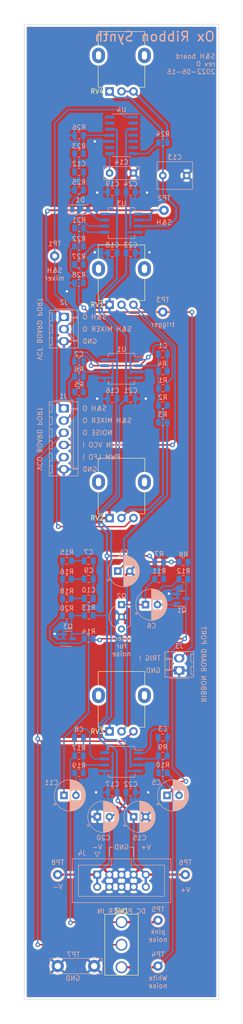
<source format=kicad_pcb>
(kicad_pcb (version 20211014) (generator pcbnew)
  (title_block (title "Josh Ox Ribbon Synth Sample and Hold Board") (date "2022-06-16") (rev "0") (comment 2 "creativecommons.org/licences/by/4.0") (comment 3 "license: CC by 4.0") (comment 4 "Author: Jordan Aceto"))
  (layers (0 "F.Cu" signal) (31 "B.Cu" signal) (34 "B.Paste" user) (35 "F.Paste" user) (36 "B.SilkS" user "B.Silkscreen") (37 "F.SilkS" user "F.Silkscreen") (38 "B.Mask" user) (39 "F.Mask" user) (44 "Edge.Cuts" user))
  (net 0 "")
  (net 1 "Net-(C1-Pad1)")
  (net 2 "Net-(C1-Pad2)")
  (net 3 "Net-(C2-Pad1)")
  (net 4 "/S&H_MIXER")
  (net 5 "Net-(C3-Pad1)")
  (net 6 "Net-(C3-Pad2)")
  (net 7 "Net-(C4-Pad1)")
  (net 8 "GND")
  (net 9 "Net-(C5-Pad1)")
  (net 10 "Net-(C5-Pad2)")
  (net 11 "Net-(C6-Pad1)")
  (net 12 "Net-(C6-Pad2)")
  (net 13 "Net-(C7-Pad1)")
  (net 14 "Net-(C10-Pad2)")
  (net 15 "Net-(C8-Pad1)")
  (net 16 "Net-(C8-Pad2)")
  (net 17 "Net-(C9-Pad1)")
  (net 18 "Net-(C10-Pad1)")
  (net 19 "Net-(C11-Pad2)")
  (net 20 "Net-(C12-Pad1)")
  (net 21 "Net-(C12-Pad2)")
  (net 22 "Net-(C13-Pad1)")
  (net 23 "Net-(C14-Pad1)")
  (net 24 "+15V")
  (net 25 "-15V")
  (net 26 "/S&H")
  (net 27 "/noise_generator/NOISE_OUT")
  (net 28 "/s&h_mixer/MAIN_VCO")
  (net 29 "/s&h_mixer/PWM_LFO")
  (net 30 "/sample_and_hold/TRIGGER_IN")
  (net 32 "Net-(Q3-Pad1)")
  (net 33 "Net-(R1-Pad1)")
  (net 34 "Net-(R2-Pad1)")
  (net 35 "Net-(R3-Pad1)")
  (net 36 "Net-(R21-Pad1)")
  (net 37 "Net-(R23-Pad2)")
  (net 38 "Net-(R24-Pad1)")
  (net 39 "Net-(R24-Pad2)")
  (net 40 "Net-(R27-Pad2)")
  (net 48 "Net-(D1-Pad2)")
  (footprint "Potentiometer_THT:Potentiometer_Alpha_RD901F-40-00D_Single_Vertical" (layer "F.Cu") (at 116.88 165.1 90)
    (fp_text reference "RV3")
    (fp_text value "100k")
  )
  (footprint "custom_footprints:SPDT_mini_toggle" (layer "F.Cu") (at 119.38 209.55 180)
    (fp_text reference "SW1")
    (fp_text value "SW_SPDT")
  )
  (footprint "Potentiometer_THT:Potentiometer_Alpha_RD901F-40-00D_Single_Vertical" (layer "F.Cu") (at 116.88 76.2 90)
    (fp_text reference "RV1")
    (fp_text value "100k")
  )
  (footprint "Potentiometer_THT:Potentiometer_Alpha_RD901F-40-00D_Single_Vertical" (layer "F.Cu") (at 116.88 120.65 90)
    (fp_text reference "RV2")
    (fp_text value "100k")
  )
  (footprint "Potentiometer_THT:Potentiometer_Alpha_RD901F-40-00D_Single_Vertical" (layer "F.Cu") (at 116.88 31.75 90)
    (fp_text reference "RV4")
    (fp_text value "1M")
  )
  (footprint "Resistor_SMD:R_0805_2012Metric" (layer "B.Cu") (at 128.016 93.599 180)
    (fp_text reference "R1")
    (fp_text value "100k")
  )
  (footprint "Resistor_SMD:R_0805_2012Metric" (layer "B.Cu") (at 127.254 129.794)
    (fp_text reference "R7")
    (fp_text value "22")
  )
  (footprint "Package_SO:SO-8_5.3x6.2mm_P1.27mm" (layer "B.Cu") (at 119.38 171.45 180)
    (fp_text reference "U2")
    (fp_text value "TL072")
  )
  (footprint "Resistor_SMD:R_0805_2012Metric" (layer "B.Cu") (at 128.016 90.043)
    (fp_text reference "R4")
    (fp_text value "100k")
  )
  (footprint "Package_TO_SOT_SMD:SOT-23" (layer "B.Cu") (at 131.974 137.414)
    (fp_text reference "Q1")
    (fp_text value "MMBT3904")
  )
  (footprint "Resistor_SMD:R_0805_2012Metric" (layer "B.Cu") (at 107.95 133.35)
    (fp_text reference "R16")
    (fp_text value "100k")
  )
  (footprint "Capacitor_SMD:C_0805_2012Metric" (layer "B.Cu") (at 128.016 86.487)
    (fp_text reference "C1")
    (fp_text value "100p")
  )
  (footprint "Capacitor_THT:CP_Radial_D6.3mm_P2.50mm" (layer "B.Cu") (at 128.905 178.435)
    (fp_text reference "C5")
    (fp_text value "10u")
  )
  (footprint "Capacitor_THT:C_Rect_L7.2mm_W2.5mm_P5.00mm_FKS2_FKP2_MKS2_MKP2" (layer "B.Cu") (at 116.88 48.768)
    (fp_text reference "C14")
    (fp_text value "2n2")
  )
  (footprint "Resistor_SMD:R_0805_2012Metric" (layer "B.Cu") (at 110.49 60.198 180)
    (fp_text reference "R21")
    (fp_text value "100k")
  )
  (footprint "Capacitor_THT:CP_Radial_D6.3mm_P2.50mm" (layer "B.Cu") (at 118.599621 131.699)
    (fp_text reference "C4")
    (fp_text value "47u")
  )
  (footprint "Resistor_SMD:R_0805_2012Metric" (layer "B.Cu") (at 112.522 145.796 180)
    (fp_text reference "R14")
    (fp_text value "82k")
  )
  (footprint "Capacitor_SMD:C_0805_2012Metric" (layer "B.Cu") (at 110.49 88.011 180)
    (fp_text reference "C2")
    (fp_text value "100p")
  )
  (footprint "Capacitor_THT:CP_Radial_D6.3mm_P2.50mm" (layer "B.Cu") (at 114.34 182.88)
    (fp_text reference "C20")
    (fp_text value "10u")
  )
  (footprint "Resistor_SMD:R_0805_2012Metric" (layer "B.Cu") (at 110.49 52.324 180)
    (fp_text reference "R25")
    (fp_text value "10k")
  )
  (footprint "Package_SO:SO-8_5.3x6.2mm_P1.27mm" (layer "B.Cu") (at 119.38 59.182 180)
    (fp_text reference "U3")
    (fp_text value "TL072")
  )
  (footprint "TestPoint:TestPoint_Keystone_5000-5004_Miniature" (layer "B.Cu") (at 132.715 194.945)
    (fp_text reference "TP6")
    (fp_text value "V+")
  )
  (footprint "Package_SO:SO-8_5.3x6.2mm_P1.27mm" (layer "B.Cu") (at 119.38 89.535 180)
    (fp_text reference "U1")
    (fp_text value "TL072")
  )
  (footprint "Resistor_SMD:R_0805_2012Metric" (layer "B.Cu") (at 128.016 100.711 180)
    (fp_text reference "R3")
    (fp_text value "100k")
  )
  (footprint "Capacitor_THT:CP_Radial_D6.3mm_P2.50mm" (layer "B.Cu") (at 124.394 138.684)
    (fp_text reference "C6")
    (fp_text value "47u")
  )
  (footprint "Connector_Molex:Molex_KK-254_AE-6410-02A_1x02_P2.54mm_Vertical" (layer "B.Cu") (at 131.445 152.4 90)
    (fp_text reference "J3")
    (fp_text value "ribbon_port")
  )
  (footprint "Resistor_SMD:R_0805_2012Metric" (layer "B.Cu") (at 127.254 133.35 180)
    (fp_text reference "R11")
    (fp_text value "47k")
  )
  (footprint "Capacitor_SMD:C_0805_2012Metric" (layer "B.Cu") (at 112.522 133.35)
    (fp_text reference "C9")
    (fp_text value "3n3")
  )
  (footprint "Capacitor_SMD:C_0805_2012Metric" (layer "B.Cu") (at 128.016 166.37)
    (fp_text reference "C3")
    (fp_text value "10p")
  )
  (footprint "Capacitor_SMD:C_0805_2012Metric" (layer "B.Cu") (at 121.285 95.758 180)
    (fp_text reference "C21")
    (fp_text value "100n")
  )
  (footprint "Resistor_SMD:R_0805_2012Metric" (layer "B.Cu") (at 110.49 64.008)
    (fp_text reference "R22")
    (fp_text value "10k")
  )
  (footprint "Resistor_SMD:R_0805_2012Metric" (layer "B.Cu") (at 107.95 137.414)
    (fp_text reference "R18")
    (fp_text value "390k")
  )
  (footprint "Capacitor_SMD:C_0805_2012Metric" (layer "B.Cu") (at 117.475 95.758 180)
    (fp_text reference "C16")
    (fp_text value "100n")
  )
  (footprint "Capacitor_SMD:C_0805_2012Metric" (layer "B.Cu") (at 112.522 129.54)
    (fp_text reference "C7")
    (fp_text value "1n")
  )
  (footprint "TestPoint:TestPoint_Bridge_Pitch7.62mm_Drill1.3mm" (layer "B.Cu") (at 106.045 213.995)
    (fp_text reference "TP7")
    (fp_text value "GND")
  )
  (footprint "Resistor_SMD:R_0805_2012Metric" (layer "B.Cu") (at 110.49 91.186 180)
    (fp_text reference "R6")
    (fp_text value "100k")
  )
  (footprint "Capacitor_SMD:C_0805_2012Metric" (layer "B.Cu") (at 121.285 177.8 180)
    (fp_text reference "C22")
    (fp_text value "100n")
  )
  (footprint "Resistor_SMD:R_0805_2012Metric" (layer "B.Cu") (at 107.95 140.97)
    (fp_text reference "R20")
    (fp_text value "1M")
  )
  (footprint "Resistor_SMD:R_0805_2012Metric" (layer "B.Cu") (at 132.334 129.794)
    (fp_text reference "R8")
    (fp_text value "10k")
  )
  (footprint "Resistor_SMD:R_0805_2012Metric" (layer "B.Cu") (at 112.522 140.97 180)
    (fp_text reference "R13")
    (fp_text value "3k9")
  )
  (footprint "Connector_Molex:Molex_KK-254_AE-6410-06A_1x06_P2.54mm_Vertical" (layer "B.Cu") (at 107.315 97.79 -90)
    (fp_text reference "J1")
    (fp_text value "VCO_port")
  )
  (footprint "Connector_Molex:Molex_KK-254_AE-6410-03A_1x03_P2.54mm_Vertical" (layer "B.Cu") (at 107.335 78.74 -90)
    (fp_text reference "J2")
    (fp_text value "VCF_port")
  )
  (footprint "Resistor_SMD:R_0805_2012Metric" (layer "B.Cu") (at 107.95 129.54)
    (fp_text reference "R15")
    (fp_text value "18k")
  )
  (footprint "Resistor_SMD:R_0805_2012Metric" (layer "B.Cu") (at 110.49 173.736)
    (fp_text reference "R19")
    (fp_text value "10k")
  )
  (footprint "Resistor_SMD:R_0805_2012Metric" (layer "B.Cu") (at 110.49 170.18 180)
    (fp_text reference "R17")
    (fp_text value "470k")
  )
  (footprint "TestPoint:TestPoint_Keystone_5000-5004_Miniature" (layer "B.Cu") (at 128.016 77.724)
    (fp_text reference "TP3")
    (fp_text value "trigger")
  )
  (footprint "Capacitor_SMD:C_0805_2012Metric" (layer "B.Cu") (at 117.475 177.8 180)
    (fp_text reference "C17")
    (fp_text value "100n")
  )
  (footprint "Capacitor_SMD:C_0805_2012Metric" (layer "B.Cu") (at 117.475 52.705 180)
    (fp_text reference "C19")
    (fp_text value "100n")
  )
  (footprint "Capacitor_THT:CP_Radial_D6.3mm_P2.50mm" (layer "B.Cu") (at 121.92 182.88)
    (fp_text reference "C15")
    (fp_text value "10u")
  )
  (footprint "Package_TO_SOT_SMD:SOT-23" (layer "B.Cu") (at 108.204 145.796)
    (fp_text reference "Q3")
    (fp_text value "MMBT3904")
  )
  (footprint "TestPoint:TestPoint_Keystone_5000-5004_Miniature" (layer "B.Cu") (at 105.41 66.04)
    (fp_text reference "TP1")
    (fp_text value "S&H mixer")
  )
  (footprint "TestPoint:TestPoint_Keystone_5000-5004_Miniature" (layer "B.Cu") (at 127 204.47)
    (fp_text reference "TP5")
    (fp_text value "pink noise")
  )
  (footprint "TestPoint:TestPoint_Keystone_5000-5004_Miniature" (layer "B.Cu") (at 106.045 194.945)
    (fp_text reference "TP8")
    (fp_text value "V-")
  )
  (footprint "Resistor_SMD:R_0805_2012Metric" (layer "B.Cu") (at 128.016 42.418)
    (fp_text reference "R24")
    (fp_text value "150")
  )
  (footprint "Resistor_SMD:R_0805_2012Metric" (layer "B.Cu") (at 132.334 133.35 180)
    (fp_text reference "R12")
    (fp_text value "150k")
  )
  (footprint "Resistor_SMD:R_0805_2012Metric" (layer "B.Cu") (at 110.49 67.818 180)
    (fp_text reference "R27")
    (fp_text value "100k")
  )
  (footprint "Capacitor_THT:CP_Radial_D6.3mm_P2.50mm" (layer "B.Cu") (at 107.355 178.435)
    (fp_text reference "C11")
    (fp_text value "10u")
  )
  (footprint "TestPoint:TestPoint_Keystone_5000-5004_Miniature" (layer "B.Cu") (at 127 213.995)
    (fp_text reference "TP4")
    (fp_text value "white noise")
  )
  (footprint "Capacitor_SMD:C_0805_2012Metric" (layer "B.Cu") (at 110.49 48.514 180)
    (fp_text reference "C12")
    (fp_text value "2n2")
  )
  (footprint "Connector_IDC:IDC-Header_2x05_P2.54mm_Vertical" (layer "B.Cu") (at 114.3 194.945 -90)
    (fp_text reference "J4")
    (fp_text value "power_entry")
  )
  (footprint "Resistor_SMD:R_0805_2012Metric" (layer "B.Cu") (at 110.49 71.628 180)
    (fp_text reference "R28")
    (fp_text value "10k")
  )
  (footprint "Capacitor_THT:C_Rect_L7.2mm_W5.5mm_P5.00mm_FKS2_FKP2_MKS2_MKP2" (layer "B.Cu") (at 128.016 49.276)
    (fp_text reference "C13")
    (fp_text value "470n")
  )
  (footprint "Resistor_SMD:R_0805_2012Metric" (layer "B.Cu") (at 110.49 94.361)
    (fp_text reference "R5")
    (fp_text value "100k")
  )
  (footprint "Capacitor_SMD:C_0805_2012Metric" (layer "B.Cu") (at 117.475 65.405 180)
    (fp_text reference "C18")
    (fp_text value "100n")
  )
  (footprint "Capacitor_SMD:C_0805_2012Metric" (layer "B.Cu") (at 121.285 65.405 180)
    (fp_text reference "C23")
    (fp_text value "100n")
  )
  (footprint "Resistor_SMD:R_0805_2012Metric" (layer "B.Cu") (at 110.49 44.704)
    (fp_text reference "R23")
    (fp_text value "5k6")
  )
  (footprint "Capacitor_SMD:C_0805_2012Metric" (layer "B.Cu") (at 112.522 137.414)
    (fp_text reference "C10")
    (fp_text value "47n")
  )
  (footprint "Capacitor_SMD:C_0805_2012Metric" (layer "B.Cu") (at 121.285 52.705 180)
    (fp_text reference "C24")
    (fp_text value "100n")
  )
  (footprint "Resistor_SMD:R_0805_2012Metric" (layer "B.Cu") (at 128.016 173.736 180)
    (fp_text reference "R10")
    (fp_text value "33k")
  )
  (footprint "Capacitor_SMD:C_0805_2012Metric" (layer "B.Cu") (at 110.49 166.37 180)
    (fp_text reference "C8")
    (fp_text value "10p")
  )
  (footprint "Resistor_SMD:R_0805_2012Metric" (layer "B.Cu") (at 128.016 170.18)
    (fp_text reference "R9")
    (fp_text value "220k")
  )
  (footprint "Package_SO:SOIC-14_3.9x8.7mm_P1.27mm" (layer "B.Cu") (at 119.38 40.894 180)
    (fp_text reference "U4")
    (fp_text value "LF398_SOIC14")
  )
  (footprint "Resistor_SMD:R_0805_2012Metric" (layer "B.Cu") (at 110.49 40.894 180)
    (fp_text reference "R26")
    (fp_text value "1k8")
  )
  (footprint "Package_TO_SOT_THT:TO-92_Inline_Wide" (layer "B.Cu") (at 119.38 138.684 -90)
    (fp_text reference "Q2")
    (fp_text value "2N3904")
  )
  (footprint "Diode_SMD:D_SOD-123" (layer "B.Cu") (at 110.744 56.388)
    (fp_text reference "D1")
    (fp_text value "1N4148W")
  )
  (footprint "Resistor_SMD:R_0805_2012Metric" (layer "B.Cu") (at 128.016 97.155 180)
    (fp_text reference "R2")
    (fp_text value "100k")
  )
  (footprint "TestPoint:TestPoint_Keystone_5000-5004_Miniature" (layer "B.Cu") (at 128.27 56.515)
    (fp_text reference "TP2")
    (fp_text value "S&H")
  )
  (gr_line (start 117.475 189.23) (end 116.84 189.23) (layer "B.SilkS") (width 0.15))
  (gr_line (start 121.92 189.23) (end 121.92 191.135) (layer "B.SilkS") (width 0.15))
  (gr_line (start 121.285 189.23) (end 121.92 189.23) (layer "B.SilkS") (width 0.15))
  (gr_line (start 116.84 189.23) (end 116.84 191.135) (layer "B.SilkS") (width 0.15))
  (gr_line (start 99.06 220.98) (end 139.7 220.98) (layer "Edge.Cuts") (width 0.1))
  (gr_line (start 139.7 17.78) (end 99.06 17.78) (layer "Edge.Cuts") (width 0.1))
  (gr_line (start 139.7 220.98) (end 139.7 17.78) (layer "Edge.Cuts") (width 0.1))
  (gr_line (start 99.06 17.78) (end 99.06 220.98) (layer "Edge.Cuts") (width 0.1))
  (gr_text "White\nnoise" (at 127 217.297) (layer "B.SilkS") (effects (font (size 1 1)) (justify mirror)))
  (gr_text "S&H\nmixer" (at 105.41 69.85) (layer "B.SilkS") (effects (font (size 1 1)) (justify mirror)))
  (gr_text "GND" (at 109.22 216.535) (layer "B.SilkS") (effects (font (size 1 1)) (justify mirror)))
  (gr_text "PWM LFO I" (at 111.125 107.95) (layer "B.SilkS") (effects (font (size 1 1)) (justify right mirror)))
  (gr_text "NOISE O" (at 111.125 102.87) (layer "B.SilkS") (effects (font (size 1 1)) (justify right mirror)))
  (gr_text "V+" (at 132.715 198.12) (layer "B.SilkS") (effects (font (size 1 1)) (justify mirror)))
  (gr_text "S&H O" (at 111.125 78.74) (layer "B.SilkS") (effects (font (size 1 1)) (justify right mirror)))
  (gr_text "VCF BOARD PORT" (at 102.235 81.28 270) (layer "B.SilkS") (effects (font (size 1 1)) (justify mirror)))
  (gr_text "S&H MIXER O" (at 111.125 100.33) (layer "B.SilkS") (effects (font (size 1 1)) (justify right mirror)))
  (gr_text "S&H O" (at 111.125 97.79) (layer "B.SilkS") (effects (font (size 1 1)) (justify right mirror)))
  (gr_text "select\nfor\nnoise" (at 119.38 147.32) (layer "B.SilkS") (effects (font (size 1 1)) (justify mirror)))
  (gr_text "S&H MIXER O" (at 111.125 81.28) (layer "B.SilkS") (effects (font (size 1 1)) (justify right mirror)))
  (gr_text "pink\nnoise" (at 127 207.645) (layer "B.SilkS") (effects (font (size 1 1)) (justify mirror)))
  (gr_text "DC POWER IN" (at 119.38 202.565) (layer "B.SilkS") (effects (font (size 1 1)) (justify mirror)))
  (gr_text "GND" (at 111.125 110.49) (layer "B.SilkS") (effects (font (size 1 1)) (justify right mirror)))
  (gr_text "trigger" (at 128.016 80.264) (layer "B.SilkS") (effects (font (size 1 1)) (justify mirror)))
  (gr_text "S&H" (at 128.27 59.055) (layer "B.SilkS") (effects (font (size 1 1)) (justify mirror)))
  (gr_text "MAIN VCO I" (at 111.125 105.41) (layer "B.SilkS") (effects (font (size 1 1)) (justify right mirror)))
  (gr_text "V-" (at 106.045 197.485) (layer "B.SilkS") (effects (font (size 1 1)) (justify mirror)))
  (gr_text "RIBBON BOARD PORT" (at 136.525 151.13 270) (layer "B.SilkS") (effects (font (size 1 1)) (justify mirror)))
  (gr_text "V-" (at 114.3 189.23) (layer "B.SilkS") (effects (font (size 1 1)) (justify mirror)))
  (gr_text "GND" (at 119.38 189.23) (layer "B.SilkS") (effects (font (size 1 1)) (justify mirror)))
  (gr_text "GND" (at 127.635 152.4) (layer "B.SilkS") (effects (font (size 1 1)) (justify left mirror)))
  (gr_text "Ox Ribbon Synth" (at 139.065 20.32) (layer "B.SilkS") (effects (font (size 2 2) (thickness 0.3)) (justify left mirror)))
  (gr_text "GND" (at 111.125 83.82) (layer "B.SilkS") (effects (font (size 1 1)) (justify right mirror)))
  (gr_text "TRIG I" (at 127.635 149.86) (layer "B.SilkS") (effects (font (size 1 1)) (justify left mirror)))
  (gr_text "S&H board\nrev 0\n2022-06-16" (at 139.065 26.035) (layer "B.SilkS") (effects (font (size 1 1)) (justify left mirror)))
  (gr_text "VCO BOARD PORT" (at 102.235 104.14 270) (layer "B.SilkS") (effects (font (size 1 1)) (justify mirror)))
  (gr_text "V+" (at 124.46 189.23) (layer "B.SilkS") (effects (font (size 1 1)) (justify mirror)))
  (segment (start 127.066 86.487) (end 127.066 89.22) (width 0.3) (layer "B.Cu") (net 1))
  (segment (start 127.066 89.22) (end 127.066 100.6735) (width 0.3) (layer "B.Cu") (net 1))
  (segment (start 126.746 88.9) (end 127.066 89.22) (width 0.3) (layer "B.Cu") (net 1))
  (segment (start 122.88 88.9) (end 126.746 88.9) (width 0.3) (layer "B.Cu") (net 1))
  (segment (start 127.066 100.6735) (end 127.1035 100.711) (width 0.3) (layer "B.Cu") (net 1))
  (segment (start 113.03 88.9) (end 123.19 88.9) (width 0.3) (layer "F.Cu") (net 2))
  (segment (start 123.19 88.9) (end 124.968 87.122) (width 0.3) (layer "F.Cu") (net 2))
  (via (at 124.968 87.122) (size 1) (drill 0.5) (layers "F.Cu" "B.Cu") (net 2))
  (via (at 113.03 88.9) (size 1) (drill 0.5) (layers "F.Cu" "B.Cu") (net 2))
  (segment (start 125.984 85.09) (end 126.492 84.582) (width 0.3) (layer "B.Cu") (net 2))
  (segment (start 125.984 86.106) (end 125.984 85.09) (width 0.3) (layer "B.Cu") (net 2))
  (segment (start 110.49 87.388151) (end 110.941671 86.93648) (width 0.3) (layer "B.Cu") (net 2))
  (segment (start 111.938329 86.93648) (end 113.03 88.028151) (width 0.3) (layer "B.Cu") (net 2))
  (segment (start 126.492 84.582) (end 127.927433 84.582) (width 0.3) (layer "B.Cu") (net 2))
  (segment (start 109.5775 94.361) (end 110.49 93.4485) (width 0.3) (layer "B.Cu") (net 2))
  (segment (start 110.49 93.4485) (end 110.49 87.388151) (width 0.3) (layer "B.Cu") (net 2))
  (segment (start 127.927433 84.582) (end 128.966 85.620567) (width 0.3) (layer "B.Cu") (net 2))
  (segment (start 124.46 87.63) (end 125.984 86.106) (width 0.3) (layer "B.Cu") (net 2))
  (segment (start 128.966 85.620567) (end 128.966 86.487) (width 0.3) (layer "B.Cu") (net 2))
  (segment (start 113.03 88.028151) (end 113.03 88.9) (width 0.3) (layer "B.Cu") (net 2))
  (segment (start 110.941671 86.93648) (end 111.938329 86.93648) (width 0.3) (layer "B.Cu") (net 2))
  (segment (start 122.88 87.63) (end 124.46 87.63) (width 0.3) (layer "B.Cu") (net 2))
  (segment (start 128.966 86.487) (end 128.966 90.0055) (width 0.3) (layer "B.Cu") (net 2))
  (segment (start 128.966 90.0055) (end 128.9285 90.043) (width 0.3) (layer "B.Cu") (net 2))
  (segment (start 115.88 90.17) (end 111.76 90.17) (width 0.3) (layer "B.Cu") (net 3))
  (segment (start 111.44 88.011) (end 111.44 89.85) (width 0.3) (layer "B.Cu") (net 3))
  (segment (start 111.44 89.85) (end 111.44 94.3235) (width 0.3) (layer "B.Cu") (net 3))
  (segment (start 111.44 94.3235) (end 111.4025 94.361) (width 0.3) (layer "B.Cu") (net 3))
  (segment (start 111.76 90.17) (end 111.44 89.85) (width 0.3) (layer "B.Cu") (net 3))
  (segment (start 109.22 79.395) (end 109.22 77.724) (width 0.3) (layer "B.Cu") (net 4))
  (segment (start 109.54 83.485) (end 107.335 81.28) (width 0.3) (layer "B.Cu") (net 4))
  (segment (start 109.54 88.011) (end 109.54 83.485) (width 0.3) (layer "B.Cu") (net 4))
  (segment (start 105.41 73.914) (end 105.41 66.04) (width 0.3) (layer "B.Cu") (net 4))
  (segment (start 107.335 81.28) (end 109.22 79.395) (width 0.3) (layer "B.Cu") (net 4))
  (segment (start 120.142 37.084) (end 121.855 37.084) (width 0.3) (layer "B.Cu") (net 4))
  (segment (start 112.014 86.106) (end 109.54 86.106) (width 0.3) (layer "B.Cu") (net 4))
  (segment (start 109.54 86.106) (end 109.54 88.011) (width 0.3) (layer "B.Cu") (net 4))
  (segment (start 107.315 100.33) (end 107.696 100.33) (width 0.4) (layer "B.Cu") (net 4))
  (segment (start 108.204 35.56) (end 118.618 35.56) (width 0.3) (layer "B.Cu") (net 4))
  (segment (start 114.808 88.9) (end 112.014 86.106) (width 0.3) (layer "B.Cu") (net 4))
  (segment (start 107.696 100.33) (end 109.22 98.806) (width 0.4) (layer "B.Cu") (net 4))
  (segment (start 108.458 95.442279) (end 108.458 92.3055) (width 0.4) (layer "B.Cu") (net 4))
  (segment (start 109.22 77.724) (end 105.41 73.914) (width 0.3) (layer "B.Cu") (net 4))
  (segment (start 109.22 96.204279) (end 108.458 95.442279) (width 0.4) (layer "B.Cu") (net 4))
  (segment (start 108.458 92.3055) (end 109.5775 91.186) (width 0.4) (layer "B.Cu") (net 4))
  (segment (start 109.54 91.1485) (end 109.5775 91.186) (width 0.3) (layer "B.Cu") (net 4))
  (segment (start 115.88 88.9) (end 114.808 88.9) (width 0.3) (layer "B.Cu") (net 4))
  (segment (start 118.618 35.56) (end 120.142 37.084) (width 0.3) (layer "B.Cu") (net 4))
  (segment (start 109.22 98.806) (end 109.22 96.204279) (width 0.4) (layer "B.Cu") (net 4))
  (segment (start 105.41 66.04) (end 105.41 38.354) (width 0.3) (layer "B.Cu") (net 4))
  (segment (start 105.41 38.354) (end 108.204 35.56) (width 0.3) (layer "B.Cu") (net 4))
  (segment (start 109.54 88.011) (end 109.54 91.1485) (width 0.3) (layer "B.Cu") (net 4))
  (segment (start 127.066 166.37) (end 127.066 173.6985) (width 0.3) (layer "B.Cu") (net 5))
  (segment (start 126.4685 170.815) (end 127.1035 170.18) (width 0.3) (layer "B.Cu") (net 5))
  (segment (start 127.066 173.6985) (end 127.1035 173.736) (width 0.3) (layer "B.Cu") (net 5))
  (segment (start 122.88 170.815) (end 126.4685 170.815) (width 0.3) (layer "B.Cu") (net 5))
  (segment (start 119.38 214.25) (end 126.745 214.25) (width 0.5) (layer "F.Cu") (net 6))
  (segment (start 126.745 214.25) (end 127 213.995) (width 0.5) (layer "F.Cu") (net 6))
  (segment (start 125.476 168.402) (end 125.476 165.354) (width 0.3) (layer "B.Cu") (net 6))
  (segment (start 128.9285 170.18) (end 128.016 171.0925) (width 0.3) (layer "B.Cu") (net 6))
  (segment (start 124.333 169.545) (end 125.476 168.402) (width 0.3) (layer "B.Cu") (net 6))
  (segment (start 128.524 164.592) (end 128.966 165.034) (width 0.3) (layer "B.Cu") (net 6))
  (segment (start 126.238 164.592) (end 128.524 164.592) (width 0.3) (layer "B.Cu") (net 6))
  (segment (start 130.054511 177.285489) (end 130.054511 210.940489) (width 0.3) (layer "B.Cu") (net 6))
  (segment (start 128.016 175.246978) (end 130.054511 177.285489) (width 0.3) (layer "B.Cu") (net 6))
  (segment (start 128.966 166.37) (end 128.966 170.1425) (width 0.3) (layer "B.Cu") (net 6))
  (segment (start 128.966 170.1425) (end 128.9285 170.18) (width 0.3) (layer "B.Cu") (net 6))
  (segment (start 130.054511 210.940489) (end 127 213.995) (width 0.3) (layer "B.Cu") (net 6))
  (segment (start 125.476 165.354) (end 126.238 164.592) (width 0.3) (layer "B.Cu") (net 6))
  (segment (start 128.966 165.034) (end 128.966 166.37) (width 0.3) (layer "B.Cu") (net 6))
  (segment (start 128.016 171.0925) (end 128.016 175.246978) (width 0.3) (layer "B.Cu") (net 6))
  (segment (start 122.88 169.545) (end 124.333 169.545) (width 0.3) (layer "B.Cu") (net 6))
  (segment (start 120.504621 129.794) (end 129.794 129.794) (width 0.3) (layer "F.Cu") (net 7))
  (segment (start 118.599621 131.699) (end 120.504621 129.794) (width 0.3) (layer "F.Cu") (net 7))
  (via (at 129.794 129.794) (size 1) (drill 0.5) (layers "F.Cu" "B.Cu") (net 7))
  (segment (start 128.1665 133.35) (end 128.1665 129.794) (width 0.3) (layer "B.Cu") (net 7))
  (segment (start 131.4215 129.794) (end 129.794 129.794) (width 0.3) (layer "B.Cu") (net 7))
  (segment (start 129.794 129.794) (end 128.1665 129.794) (width 0.3) (layer "B.Cu") (net 7))
  (via (at 124.968 177.8) (size 1) (drill 0.5) (layers "F.Cu" "B.Cu") (net 8))
  (via (at 107.95 73.406) (size 1) (drill 0.5) (layers "F.Cu" "B.Cu") (net 8))
  (via (at 113.792 65.278) (size 1) (drill 0.5) (layers "F.Cu" "B.Cu") (net 8))
  (via (at 129.286 136.398) (size 1) (drill 0.5) (layers "F.Cu" "B.Cu") (net 8))
  (via (at 124.714 52.832) (size 1) (drill 0.5) (layers "F.Cu" "B.Cu") (net 8))
  (via (at 114.3 52.832) (size 1) (drill 0.5) (layers "F.Cu" "B.Cu") (net 8))
  (via (at 114.3 95.758) (size 1) (drill 0.5) (layers "F.Cu" "B.Cu") (net 8))
  (via (at 114.046 177.8) (size 1) (drill 0.5) (layers "F.Cu" "B.Cu") (net 8))
  (via (at 113.792 42.164) (size 1) (drill 0.5) (layers "F.Cu" "B.Cu") (net 8))
  (via (at 105.41 144.78) (size 1) (drill 0.5) (layers "F.Cu" "B.Cu") (net 8))
  (via (at 124.46 95.758) (size 1) (drill 0.5) (layers "F.Cu" "B.Cu") (net 8))
  (via (at 125.222 65.278) (size 1) (drill 0.5) (layers "F.Cu" "B.Cu") (net 8))
  (segment (start 132.842 175.514) (end 131.826 175.514) (width 0.3) (layer "F.Cu") (net 9))
  (segment (start 132.588 145.796) (end 115.062 145.796) (width 0.3) (layer "F.Cu") (net 9))
  (segment (start 131.826 175.514) (end 128.905 178.435) (width 0.3) (layer "F.Cu") (net 9))
  (segment (start 115.062 145.796) (end 114.808 146.05) (width 0.3) (layer "F.Cu") (net 9))
  (via (at 132.842 175.514) (size 1) (drill 0.5) (layers "F.Cu" "B.Cu") (net 9))
  (via (at 132.588 145.796) (size 1) (drill 0.5) (layers "F.Cu" "B.Cu") (net 9))
  (via (at 114.808 146.05) (size 1) (drill 0.5) (layers "F.Cu" "B.Cu") (net 9))
  (segment (start 132.588 145.796) (end 130.00048 148.38352) (width 0.3) (layer "B.Cu") (net 9))
  (segment (start 130.00048 148.38352) (end 130.00048 172.67248) (width 0.3) (layer "B.Cu") (net 9))
  (segment (start 132.9115 133.685) (end 133.2465 133.35) (width 0.3) (layer "B.Cu") (net 9))
  (segment (start 130.00048 172.67248) (end 132.842 175.514) (width 0.3) (layer "B.Cu") (net 9))
  (segment (start 132.9115 137.414) (end 132.9115 145.4725) (width 0.3) (layer "B.Cu") (net 9))
  (segment (start 132.9115 137.414) (end 132.9115 133.685) (width 0.3) (layer "B.Cu") (net 9))
  (segment (start 113.6885 146.05) (end 113.4345 145.796) (width 0.3) (layer "B.Cu") (net 9))
  (segment (start 132.9115 145.4725) (end 132.588 145.796) (width 0.3) (layer "B.Cu") (net 9))
  (segment (start 114.808 146.05) (end 113.6885 146.05) (width 0.3) (layer "B.Cu") (net 9))
  (segment (start 133.2465 133.35) (end 133.2465 129.794) (width 0.3) (layer "B.Cu") (net 9))
  (segment (start 131.405 178.435) (end 131.405 176.2125) (width 0.3) (layer "B.Cu") (net 10))
  (segment (start 131.405 176.2125) (end 128.9285 173.736) (width 0.3) (layer "B.Cu") (net 10))
  (segment (start 119.38 138.684) (end 124.394 138.684) (width 0.3) (layer "F.Cu") (net 11))
  (segment (start 124.394 135.2975) (end 124.394 138.684) (width 0.3) (layer "B.Cu") (net 11))
  (segment (start 126.3415 133.35) (end 124.394 135.2975) (width 0.3) (layer "B.Cu") (net 11))
  (segment (start 129.94948 134.82202) (end 128.06798 134.82202) (width 0.3) (layer "B.Cu") (net 12))
  (segment (start 131.0365 138.364) (end 130.7165 138.684) (width 0.3) (layer "B.Cu") (net 12))
  (segment (start 128.06798 134.82202) (end 126.894 135.996) (width 0.3) (layer "B.Cu") (net 12))
  (segment (start 126.894 135.996) (end 126.894 138.684) (width 0.3) (layer "B.Cu") (net 12))
  (segment (start 131.4215 133.35) (end 129.94948 134.82202) (width 0.3) (layer "B.Cu") (net 12))
  (segment (start 130.7165 138.684) (end 126.894 138.684) (width 0.3) (layer "B.Cu") (net 12))
  (segment (start 111.572 129.54) (end 108.8625 129.54) (width 0.3) (layer "B.Cu") (net 13))
  (segment (start 112.522 145.148151) (end 112.120329 144.74648) (width 0.3) (layer "B.Cu") (net 14))
  (segment (start 107.355 178.435) (end 107.355 166.457) (width 0.3) (layer "B.Cu") (net 14))
  (segment (start 113.472 137.414) (end 113.472 129.54) (width 0.3) (layer "B.Cu") (net 14))
  (segment (start 112.522 161.29) (end 112.522 145.148151) (width 0.3) (layer "B.Cu") (net 14))
  (segment (start 108.966 141.0735) (end 108.966 145.6205) (width 0.3) (layer "B.Cu") (net 14))
  (segment (start 108.966 144.74648) (end 108.966 145.6205) (width 0.3) (layer "B.Cu") (net 14))
  (segment (start 112.120329 144.74648) (end 108.966 144.74648) (width 0.3) (layer "B.Cu") (net 14))
  (segment (start 108.8625 140.97) (end 108.966 141.0735) (width 0.3) (layer "B.Cu") (net 14))
  (segment (start 108.8625 140.97) (end 111.6095 140.97) (width 0.3) (layer "B.Cu") (net 14))
  (segment (start 111.6095 139.2765) (end 113.472 137.414) (width 0.3) (layer "B.Cu") (net 14))
  (segment (start 111.6095 140.97) (end 111.6095 139.2765) (width 0.3) (layer "B.Cu") (net 14))
  (segment (start 107.355 166.457) (end 112.522 161.29) (width 0.3) (layer "B.Cu") (net 14))
  (segment (start 108.966 145.6205) (end 109.1415 145.796) (width 0.3) (layer "B.Cu") (net 14))
  (segment (start 111.44 172.024) (end 111.44 173.6985) (width 0.3) (layer "B.Cu") (net 15))
  (segment (start 111.501 172.085) (end 111.44 172.024) (width 0.3) (layer "B.Cu") (net 15))
  (segment (start 111.44 173.6985) (end 111.4025 173.736) (width 0.3) (layer "B.Cu") (net 15))
  (segment (start 111.44 166.37) (end 111.44 172.024) (width 0.3) (layer "B.Cu") (net 15))
  (segment (start 115.88 172.085) (end 111.501 172.085) (width 0.3) (layer "B.Cu") (net 15))
  (segment (start 108.712 204.978) (end 108.84 204.85) (width 0.3) (layer "F.Cu") (net 16))
  (segment (start 126.62 204.85) (end 127 204.47) (width 0.5) (layer "F.Cu") (net 16))
  (segment (start 108.84 204.85) (end 119.38 204.85) (width 0.3) (layer "F.Cu") (net 16))
  (segment (start 119.38 204.85) (end 126.62 204.85) (width 0.5) (layer "F.Cu") (net 16))
  (via (at 108.712 204.978) (size 1) (drill 0.5) (layers "F.Cu" "B.Cu") (net 16))
  (segment (start 115.88 170.815) (end 113.665 170.815) (width 0.3) (layer "B.Cu") (net 16))
  (segment (start 108.705489 171.052011) (end 108.705489 204.971489) (width 0.3) (layer "B.Cu") (net 16))
  (segment (start 112.014 164.592) (end 109.982 164.592) (width 0.3) (layer "B.Cu") (net 16))
  (segment (start 109.5775 170.18) (end 108.705489 171.052011) (width 0.3) (layer "B.Cu") (net 16))
  (segment (start 109.54 166.37) (end 109.54 170.1425) (width 0.3) (layer "B.Cu") (net 16))
  (segment (start 109.54 165.034) (end 109.54 166.37) (width 0.3) (layer "B.Cu") (net 16))
  (segment (start 113.665 170.815) (end 112.776 169.926) (width 0.3) (layer "B.Cu") (net 16))
  (segment (start 108.705489 204.971489) (end 108.712 204.978) (width 0.3) (layer "B.Cu") (net 16))
  (segment (start 112.776 165.354) (end 112.014 164.592) (width 0.3) (layer "B.Cu") (net 16))
  (segment (start 109.982 164.592) (end 109.54 165.034) (width 0.3) (layer "B.Cu") (net 16))
  (segment (start 109.54 170.1425) (end 109.5775 170.18) (width 0.3) (layer "B.Cu") (net 16))
  (segment (start 112.776 169.926) (end 112.776 165.354) (width 0.3) (layer "B.Cu") (net 16))
  (segment (start 108.8625 133.35) (end 111.572 133.35) (width 0.3) (layer "B.Cu") (net 17))
  (segment (start 108.8625 137.414) (end 111.572 137.414) (width 0.3) (layer "B.Cu") (net 18))
  (segment (start 109.855 178.435) (end 109.855 174.0135) (width 0.3) (layer "B.Cu") (net 19))
  (segment (start 109.855 174.0135) (end 109.5775 173.736) (width 0.3) (layer "B.Cu") (net 19))
  (segment (start 111.44 52.2865) (end 111.4025 52.324) (width 0.3) (layer "B.Cu") (net 20))
  (segment (start 109.094 54.6325) (end 111.4025 52.324) (width 0.3) (layer "B.Cu") (net 20))
  (segment (start 109.094 56.388) (end 109.094 54.6325) (width 0.3) (layer "B.Cu") (net 20))
  (segment (start 111.44 48.514) (end 111.44 52.2865) (width 0.3) (layer "B.Cu") (net 20))
  (segment (start 109.5775 44.704) (end 109.5775 48.4765) (width 0.3) (layer "B.Cu") (net 21))
  (segment (start 109.5775 48.4765) (end 109.54 48.514) (width 0.3) (layer "B.Cu") (net 21))
  (segment (start 116.88 31.75) (end 118.179511 33.049511) (width 0.4) (layer "B.Cu") (net 22))
  (segment (start 121.187511 33.049511) (end 128.01648 39.87848) (width 0.4) (layer "B.Cu") (net 22))
  (segment (start 129.159 59.817) (end 129.032 59.817) (width 0.4) (layer "B.Cu") (net 22))
  (segment (start 128.01648 39.87848) (end 128.01648 53.08648) (width 0.4) (layer "B.Cu") (net 22))
  (segment (start 129.032 59.817) (end 122.88 59.817) (width 0.4) (layer "B.Cu") (net 22))
  (segment (start 130.81 58.166) (end 129.159 59.817) (width 0.4) (layer "B.Cu") (net 22))
  (segment (start 128.01648 53.08648) (end 130.81 55.88) (width 0.4) (layer "B.Cu") (net 22))
  (segment (start 118.179511 33.049511) (end 121.187511 33.049511) (width 0.4) (layer "B.Cu") (net 22))
  (segment (start 130.81 55.88) (end 130.81 58.166) (width 0.4) (layer "B.Cu") (net 22))
  (segment (start 116.905 44.704) (end 116.88 44.729) (width 0.3) (layer "B.Cu") (net 23))
  (segment (start 116.88 44.729) (end 116.88 48.768) (width 0.3) (layer "B.Cu") (net 23))
  (segment (start 116.34704 128.524) (end 116.33952 128.53152) (width 0.3) (layer "F.Cu") (net 24))
  (segment (start 121.92 182.88) (end 118.618 179.578) (width 0.5) (layer "F.Cu") (net 24))
  (segment (start 125.222 128.524) (end 116.34704 128.524) (width 0.3) (layer "F.Cu") (net 24))
  (segment (start 132.715 194.945) (end 124.46 194.945) (width 0.5) (layer "F.Cu") (net 24))
  (via (at 116.33952 128.53152) (size 1) (drill 0.5) (layers "F.Cu" "B.Cu") (net 24))
  (via (at 118.618 179.578) (size 1) (drill 0.5) (layers "F.Cu" "B.Cu") (net 24))
  (via (at 125.222 128.524) (size 1) (drill 0.5) (layers "F.Cu" "B.Cu") (net 24))
  (segment (start 116.332 168.148) (end 114.71649 166.53249) (width 0.4) (layer "B.Cu") (net 24))
  (segment (start 116.332 168.148) (end 116.332 169.093) (width 0.4) (layer "B.Cu") (net 24))
  (segment (start 126.3415 129.6435) (end 125.222 128.524) (width 0.3) (layer "B.Cu") (net 24))
  (segment (start 118.425 169.225) (end 117.348 168.148) (width 0.4) (layer "B.Cu") (net 24))
  (segment (start 116.33952 128.53152) (end 116.33952 123.820867) (width 0.4) (layer "B.Cu") (net 24))
  (segment (start 111.4025 67.818) (end 111.4025 65.8895) (width 0.4) (layer "B.Cu") (net 24))
  (segment (start 118.272489 115.829675) (end 118.272489 95.910511) (width 0.4) (layer "B.Cu") (net 24))
  (segment (start 116.33952 161.958644) (end 116.33952 140.97752) (width 0.4) (layer "B.Cu") (net 24))
  (segment (start 118.425 52.705) (end 118.425 39.939) (width 0.4) (layer "B.Cu") (net 24))
  (segment (start 117.348 168.148) (end 116.332 168.148) (width 0.4) (layer "B.Cu") (net 24))
  (segment (start 111.4025 65.8895) (end 113.599 63.693) (width 0.4) (layer "B.Cu") (net 24))
  (segment (start 126.3415 129.794) (end 126.3415 129.6435) (width 0.3) (layer "B.Cu") (net 24))
  (segment (start 115.88 87.63) (end 118.364 87.63) (width 0.4) (layer "B.Cu") (net 24))
  (segment (start 118.618 179.578) (end 118.618 177.993) (width 0.5) (layer "B.Cu") (net 24))
  (segment (start 118.359 57.277) (end 118.425 57.343) (width 0.4) (layer "B.Cu") (net 24))
  (segment (start 121.92 192.405) (end 124.46 194.945) (width 0.5) (layer "B.Cu") (net 24))
  (segment (start 118.425 39.939) (end 118.11 39.624) (width 0.4) (layer "B.Cu") (net 24))
  (segment (start 118.364 87.63) (end 118.425 87.569) (width 0.4) (layer "B.Cu") (net 24))
  (segment (start 115.88 57.277) (end 118.359 57.277) (width 0.4) (layer "B.Cu") (net 24))
  (segment (start 118.425 70.805) (end 118.425 65.405) (width 0.4) (layer "B.Cu") (net 24))
  (segment (start 116.332 140.97) (end 116.33952 140.97752) (width 0.3) (layer "B.Cu") (net 24))
  (segment (start 118.425 177.8) (end 118.425 169.225) (width 0.4) (layer "B.Cu") (net 24))
  (segment (start 114.71649 119.385674) (end 118.272489 115.829675) (width 0.4) (layer "B.Cu") (net 24))
  (segment (start 113.4345 140.97) (end 116.332 140.97) (width 0.3) (layer "B.Cu") (net 24))
  (segment (start 114.71649 74.51351) (end 118.425 70.805) (width 0.4) (layer "B.Cu") (net 24))
  (segment (start 114.71649 77.88649) (end 114.71649 74.51351) (width 0.4) (layer "B.Cu") (net 24))
  (segment (start 113.599 63.693) (end 118.425 63.693) (width 0.4) (layer "B.Cu") (net 24))
  (segment (start 118.425 95.758) (end 118.425 87.569) (width 0.4) (layer "B.Cu") (net 24))
  (segment (start 118.425 87.569) (end 118.425 81.595) (width 0.4) (layer "B.Cu") (net 24))
  (segment (start 118.425 63.693) (end 118.425 57.343) (width 0.4) (layer "B.Cu") (net 24))
  (segment (start 114.71649 163.581674) (end 116.33952 161.958644) (width 0.4) (layer "B.Cu") (net 24))
  (segment (start 118.618 177.993) (end 118.425 177.8) (width 0.5) (layer "B.Cu") (net 24))
  (segment (start 116.332 169.093) (end 115.88 169.545) (width 0.4) (layer "B.Cu") (net 24))
  (segment (start 118.425 81.595) (end 114.71649 77.88649) (width 0.4) (layer "B.Cu") (net 24))
  (segment (start 116.33952 123.820867) (end 114.716489 122.197836) (width 0.4) (layer "B.Cu") (net 24))
  (segment (start 118.425 65.405) (end 118.425 63.693) (width 0.4) (layer "B.Cu") (net 24))
  (segment (start 121.92 182.88) (end 121.92 192.405) (width 0.5) (layer "B.Cu") (net 24))
  (segment (start 116.33952 140.97752) (end 116.33952 128.53152) (width 0.4) (layer "B.Cu") (net 24))
  (segment (start 118.11 39.624) (end 116.905 39.624) (width 0.4) (layer "B.Cu") (net 24))
  (segment (start 114.716489 122.197836) (end 114.71649 119.385674) (width 0.4) (layer "B.Cu") (net 24))
  (segment (start 124.46 197.485) (end 124.46 194.945) (width 0.5) (layer "B.Cu") (net 24))
  (segment (start 118.425 57.343) (end 118.425 52.705) (width 0.4) (layer "B.Cu") (net 24))
  (segment (start 114.71649 166.53249) (end 114.71649 163.581674) (width 0.4) (layer "B.Cu") (net 24))
  (segment (start 118.272489 95.910511) (end 118.425 95.758) (width 0.4) (layer "B.Cu") (net 24))
  (segment (start 106.045 194.945) (end 114.3 194.945) (width 0.5) (layer "F.Cu") (net 25))
  (segment (start 120.396 91.44) (end 120.335 91.379) (width 0.4) (layer "B.Cu") (net 25))
  (segment (start 117.239021 123.589021) (end 115.316 121.666) (width 0.4) (layer "B.Cu") (net 25))
  (segment (start 120.335 168.849) (end 118.364 166.878) (width 0.4) (layer "B.Cu") (net 25))
  (segment (start 120.335 177.8) (end 120.335 173.289) (width 0.4) (layer "B.Cu") (net 25))
  (segment (start 116.84 182.88) (end 116.84 192.405) (width 0.5) (layer "B.Cu") (net 25))
  (segment (start 120.401 173.355) (end 120.335 173.289) (width 0.4) (layer "B.Cu") (net 25))
  (segment (start 120.335 177.8) (end 120.335 179.893) (width 0.4) (layer "B.Cu") (net 25))
  (segment (start 120.401 61.087) (end 120.335 61.153) (width 0.4) (layer "B.Cu") (net 25))
  (segment (start 116.84 192.405) (end 114.3 194.945) (width 0.5) (layer "B.Cu") (net 25))
  (segment (start 122.88 91.44) (end 120.396 91.44) (width 0.4) (layer "B.Cu") (net 25))
  (segment (start 115.316 74.803) (end 120.335 69.784) (width 0.4) (layer "B.Cu") (net 25))
  (segment (start 120.335 173.289) (end 120.335 168.849) (width 0.4) (layer "B.Cu") (net 25))
  (segment (start 115.316 166.135022) (end 115.316 163.83) (width 0.4) (layer "B.Cu") (net 25))
  (segment (start 120.65 39.624) (end 121.855 39.624) (width 0.4) (layer "B.Cu") (net 25))
  (segment (start 115.316 163.83) (end 117.239021 161.906979) (width 0.4) (layer "B.Cu") (net 25))
  (segment (start 120.335 39.939) (end 120.65 39.624) (width 0.4) (layer "B.Cu") (net 25))
  (segment (start 114.3 197.485) (end 114.3 194.945) (width 0.5) (layer "B.Cu") (net 25))
  (segment (start 120.335 95.758) (end 120.335 91.379) (width 0.4) (layer "B.Cu") (net 25))
  (segment (start 120.335 52.705) (end 120.335 39.939) (width 0.4) (layer "B.Cu") (net 25))
  (segment (start 120.335 65.405) (end 120.335 61.153) (width 0.4) (layer "B.Cu") (net 25))
  (segment (start 120.335 69.784) (end 120.335 65.405) (width 0.4) (layer "B.Cu") (net 25))
  (segment (start 115.316 121.666) (end 115.316 119.634) (width 0.4) (layer "B.Cu") (net 25))
  (segment (start 115.316 77.638164) (end 115.316 74.803) (width 0.4) (layer "B.Cu") (net 25))
  (segment (start 115.316 119.634) (end 118.872 116.078) (width 0.4) (layer "B.Cu") (net 25))
  (segment (start 120.335 61.153) (end 120.335 52.705) (width 0.4) (layer "B.Cu") (net 25))
  (segment (start 120.335 179.893) (end 117.348 182.88) (width 0.4) (layer "B.Cu") (net 25))
  (segment (start 118.872 116.078) (end 118.872 97.221) (width 0.4) (layer "B.Cu") (net 25))
  (segment (start 122.88 61.087) (end 120.401 61.087) (width 0.4) (layer "B.Cu") (net 25))
  (segment (start 116.058978 166.878) (end 115.316 166.135022) (width 0.4) (layer "B.Cu") (net 25))
  (segment (start 122.88 173.355) (end 120.401 173.355) (width 0.4) (layer "B.Cu") (net 25))
  (segment (start 118.364 166.878) (end 116.058978 166.878) (width 0.4) (layer "B.Cu") (net 25))
  (segment (start 118.872 97.221) (end 120.335 95.758) (width 0.4) (layer "B.Cu") (net 25))
  (segment (start 117.348 182.88) (end 116.84 182.88) (width 0.4) (layer "B.Cu") (net 25))
  (segment (start 120.335 91.379) (end 120.335 82.657164) (width 0.4) (layer "B.Cu") (net 25))
  (segment (start 120.335 82.657164) (end 115.316 77.638164) (width 0.4) (layer "B.Cu") (net 25))
  (segment (start 117.239021 161.906979) (end 117.239021 123.589021) (width 0.4) (layer "B.Cu") (net 25))
  (segment (start 128.27 56.515) (end 104.013 56.515) (width 0.4) (layer "F.Cu") (net 26))
  (segment (start 104.013 56.515) (end 103.886 56.642) (width 0.4) (layer "F.Cu") (net 26))
  (via (at 103.886 56.642) (size 1) (drill 0.5) (layers "F.Cu" "B.Cu") (net 26))
  (segment (start 125.349 57.277) (end 126.111 56.515) (width 0.4) (layer "B.Cu") (net 26))
  (segment (start 103.632 56.896) (end 103.632 75.037) (width 0.4) (layer "B.Cu") (net 26))
  (segment (start 103.632 75.037) (end 107.335 78.74) (width 0.4) (layer "B.Cu") (net 26))
  (segment (start 103.886 56.642) (end 103.632 56.896) (width 0.4) (layer "B.Cu") (net 26))
  (segment (start 125.476 58.42) (end 125.476 57.404) (width 0.4) (layer "B.Cu") (net 26))
  (segment (start 125.476 57.404) (end 125.349 57.277) (width 0.4) (layer "B.Cu") (net 26))
  (segment (start 105.84048 96.31548) (end 105.84048 80.23452) (width 0.4) (layer "B.Cu") (net 26))
  (segment (start 125.349 57.277) (end 122.88 57.277) (width 0.4) (layer "B.Cu") (net 26))
  (segment (start 107.315 97.79) (end 105.84048 96.31548) (width 0.4) (layer "B.Cu") (net 26))
  (segment (start 105.84048 80.23452) (end 107.335 78.74) (width 0.4) (layer "B.Cu") (net 26))
  (segment (start 126.111 56.515) (end 128.27 56.515) (width 0.4) (layer "B.Cu") (net 26))
  (segment (start 122.88 58.547) (end 125.349 58.547) (width 0.4) (layer "B.Cu") (net 26))
  (segment (start 125.349 58.547) (end 125.476 58.42) (width 0.4) (layer "B.Cu") (net 26))
  (segment (start 102.362 167.132) (end 119.848 167.132) (width 0.3) (layer "F.Cu") (net 27))
  (segment (start 101.854 166.624) (end 102.362 167.132) (width 0.3) (layer "F.Cu") (net 27))
  (segment (start 119.38 209.55) (end 101.854 209.55) (width 0.3) (layer "F.Cu") (net 27))
  (segment (start 119.848 167.132) (end 121.88 165.1) (width 0.3) (layer "F.Cu") (net 27))
  (via (at 101.854 166.624) (size 1) (drill 0.5) (layers "F.Cu" "B.Cu") (net 27))
  (via (at 101.854 209.55) (size 1) (drill 0.5) (layers "F.Cu" "B.Cu") (net 27))
  (segment (start 101.854 166.624) (end 101.854 108.331) (width 0.3) (layer "B.Cu") (net 27))
  (segment (start 101.854 108.331) (end 107.315 102.87) (width 0.3) (layer "B.Cu") (net 27))
  (segment (start 101.854 209.55) (end 101.854 166.624) (width 0.3) (layer "B.Cu") (net 27))
  (segment (start 107.315 105.41) (end 130.048 105.41) (width 0.3) (layer "F.Cu") (net 28))
  (via (at 130.048 105.41) (size 1) (drill 0.5) (layers "F.Cu" "B.Cu") (net 28))
  (segment (start 130.547511 84.867511) (end 121.88 76.2) (width 0.3) (layer "B.Cu") (net 28))
  (segment (start 130.048 105.41) (end 130.547511 104.910489) (width 0.3) (layer "B.Cu") (net 28))
  (segment (start 130.547511 104.910489) (end 130.547511 84.867511) (width 0.3) (layer "B.Cu") (net 28))
  (segment (start 106.172 122.428) (end 120.102 122.428) (width 0.3) (layer "F.Cu") (net 29))
  (segment (start 120.102 122.428) (end 121.88 120.65) (width 0.3) (layer "F.Cu") (net 29))
  (via (at 106.172 122.428) (size 1) (drill 0.5) (layers "F.Cu" "B.Cu") (net 29))
  (segment (start 107.315 107.95) (end 105.87048 109.39452) (width 0.3) (layer "B.Cu") (net 29))
  (segment (start 105.87048 122.12648) (end 106.172 122.428) (width 0.3) (layer "B.Cu") (net 29))
  (segment (start 105.87048 109.39452) (end 105.87048 122.12648) (width 0.3) (layer "B.Cu") (net 29))
  (segment (start 134.239 77.724) (end 128.016 77.724) (width 0.3) (layer "F.Cu") (net 30))
  (segment (start 112.395 77.724) (end 111.506 76.835) (width 0.3) (layer "F.Cu") (net 30))
  (segment (start 128.016 77.724) (end 112.395 77.724) (width 0.3) (layer "F.Cu") (net 30))
  (via (at 134.112 77.724) (size 1) (drill 0.5) (layers "F.Cu" "B.Cu") (net 30))
  (via (at 111.506 76.835) (size 1) (drill 0.5) (layers "F.Cu" "B.Cu") (net 30))
  (segment (start 109.5775 64.008) (end 108.712 64.8735) (width 0.3) (layer "B.Cu") (net 30))
  (segment (start 131.67 149.86) (end 134.112 147.418) (width 0.3) (layer "B.Cu") (net 30))
  (segment (start 134.112 147.418) (end 134.112 77.724) (width 0.3) (layer "B.Cu") (net 30))
  (segment (start 108.712 68.834) (end 110.43952 70.56152) (width 0.3) (layer "B.Cu") (net 30))
  (segment (start 108.712 64.8735) (end 108.712 68.834) (width 0.3) (layer "B.Cu") (net 30))
  (segment (start 110.43952 75.76852) (end 111.506 76.835) (width 0.3) (layer "B.Cu") (net 30))
  (segment (start 110.43952 70.56152) (end 110.43952 75.76852) (width 0.3) (layer "B.Cu") (net 30))
  (segment (start 131.445 149.86) (end 131.67 149.86) (width 0.3) (layer "B.Cu") (net 30))
  (segment (start 107.2665 146.746) (end 105.598 146.746) (width 0.3) (layer "B.Cu") (net 32))
  (segment (start 107.2665 146.746) (end 110.6595 146.746) (width 0.3) (layer "B.Cu") (net 32))
  (segment (start 105.598 146.746) (end 104.394 145.542) (width 0.3) (layer "B.Cu") (net 32))
  (segment (start 104.394 143.51) (end 106.934 140.97) (width 0.3) (layer "B.Cu") (net 32))
  (segment (start 110.6595 146.746) (end 111.6095 145.796) (width 0.3) (layer "B.Cu") (net 32))
  (segment (start 104.394 145.542) (end 104.394 143.51) (width 0.3) (layer "B.Cu") (net 32))
  (segment (start 106.934 140.97) (end 107.0375 140.97) (width 0.3) (layer "B.Cu") (net 32))
  (segment (start 107.0375 129.54) (end 107.0375 140.97) (width 0.3) (layer "B.Cu") (net 32))
  (segment (start 128.9285 92.497779) (end 130.048 91.378279) (width 0.3) (layer "B.Cu") (net 33))
  (segment (start 121.158 77.978) (end 119.38 76.2) (width 0.3) (layer "B.Cu") (net 33))
  (segment (start 130.048 91.378279) (end 130.048 85.145126) (width 0.3) (layer "B.Cu") (net 33))
  (segment (start 128.9285 93.599) (end 128.9285 92.497779) (width 0.3) (layer "B.Cu") (net 33))
  (segment (start 122.880874 77.978) (end 121.158 77.978) (width 0.3) (layer "B.Cu") (net 33))
  (segment (start 130.048 85.145126) (end 122.880874 77.978) (width 0.3) (layer "B.Cu") (net 33))
  (segment (start 121.158 118.872) (end 124.968 118.872) (width 0.4) (layer "B.Cu") (net 34))
  (segment (start 128.01648 98.06702) (end 128.9285 97.155) (width 0.4) (layer "B.Cu") (net 34))
  (segment (start 124.968 118.872) (end 128.01648 115.82352) (width 0.4) (layer "B.Cu") (net 34))
  (segment (start 119.38 120.65) (end 121.158 118.872) (width 0.4) (layer "B.Cu") (net 34))
  (segment (start 128.01648 115.82352) (end 128.01648 98.06702) (width 0.4) (layer "B.Cu") (net 34))
  (segment (start 119.90011 134.556982) (end 119.90011 124.95589) (width 0.4) (layer "B.Cu") (net 35))
  (segment (start 120.529511 163.950489) (end 120.529511 135.186383) (width 0.4) (layer "B.Cu") (net 35))
  (segment (start 119.38 165.1) (end 120.529511 163.950489) (width 0.4) (layer "B.Cu") (net 35))
  (segment (start 120.529511 135.186383) (end 119.90011 134.556982) (width 0.4) (layer "B.Cu") (net 35))
  (segment (start 128.9285 115.9275) (end 128.9285 100.711) (width 0.4) (layer "B.Cu") (net 35))
  (segment (start 119.90011 124.95589) (end 128.9285 115.9275) (width 0.4) (layer "B.Cu") (net 35))
  (segment (start 111.4025 64.008) (end 111.4025 60.198) (width 0.3) (layer "B.Cu") (net 36))
  (segment (start 115.88 61.087) (end 112.2915 61.087) (width 0.3) (layer "B.Cu") (net 36))
  (segment (start 112.2915 61.087) (end 111.4025 60.198) (width 0.3) (layer "B.Cu") (net 36))
  (segment (start 116.905 40.894) (end 111.4025 40.894) (width 0.3) (layer "B.Cu") (net 37))
  (segment (start 111.4025 44.704) (end 111.4025 40.894) (width 0.3) (layer "B.Cu") (net 37))
  (segment (start 121.855 44.704) (end 124.8175 44.704) (width 0.3) (layer "B.Cu") (net 38))
  (segment (start 124.8175 44.704) (end 127.1035 42.418) (width 0.3) (layer "B.Cu") (net 38))
  (segment (start 128.9285 38.7985) (end 121.88 31.75) (width 0.4) (layer "B.Cu") (net 39))
  (segment (start 119.38 31.75) (end 121.88 31.75) (width 0.4) (layer "B.Cu") (net 39))
  (segment (start 128.9285 42.418) (end 128.9285 38.7985) (width 0.4) (layer "B.Cu") (net 39))
  (segment (start 115.88 59.817) (end 112.581849 59.817) (width 0.3) (layer "B.Cu") (net 40))
  (segment (start 110.77752 59.14848) (end 110.43952 59.48648) (width 0.3) (layer "B.Cu") (net 40))
  (segment (start 111.913329 59.14848) (end 110.77752 59.14848) (width 0.3) (layer "B.Cu") (net 40))
  (segment (start 110.43952 59.48648) (end 110.43952 66.95598) (width 0.3) (layer "B.Cu") (net 40))
  (segment (start 111.4025 69.643) (end 111.4025 71.628) (width 0.3) (layer "B.Cu") (net 40))
  (segment (start 109.5775 67.818) (end 111.4025 69.643) (width 0.3) (layer "B.Cu") (net 40))
  (segment (start 110.43952 66.95598) (end 109.5775 67.818) (width 0.3) (layer "B.Cu") (net 40))
  (segment (start 112.581849 59.817) (end 111.913329 59.14848) (width 0.3) (layer "B.Cu") (net 40))
  (segment (start 109.5775 60.198) (end 109.5775 59.2045) (width 0.3) (layer "B.Cu") (net 48))
  (segment (start 109.5775 59.2045) (end 112.394 56.388) (width 0.3) (layer "B.Cu") (net 48))
  (segment (start 114.553 58.547) (end 112.394 56.388) (width 0.3) (layer "B.Cu") (net 48))
  (segment (start 115.88 58.547) (end 114.553 58.547) (width 0.3) (layer "B.Cu") (net 48))
  (zone (net 8) (net_name "GND") (layer "F.Cu") (connect_pads (clearance 0.508)) (min_thickness 0.254) (fill yes (thermal_gap 0.508) (thermal_bridge_width 0.508))
    (polygon (pts (xy 142.24 223.52) (xy 96.52 223.52) (xy 96.52 15.24) (xy 142.24 15.24)))
  )
  (zone (net 8) (net_name "GND") (layer "B.Cu") (connect_pads (clearance 0.508)) (min_thickness 0.254) (fill yes (thermal_gap 0.508) (thermal_bridge_width 0.508))
    (polygon (pts (xy 144.78 226.06) (xy 93.98 226.06) (xy 93.98 12.7) (xy 144.78 12.7)))
  )
)
</source>
